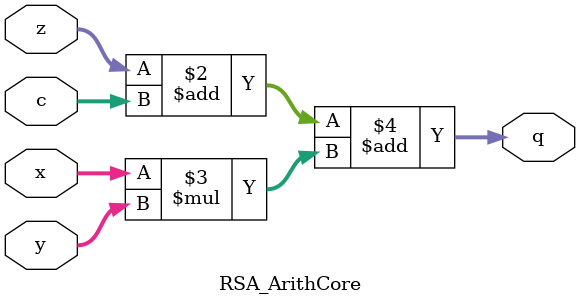
<source format=v>
/*-------------------------------------------------------------------------
 RSA Encryption/Decryption Macro (ASIC version)
                                   
 File name   : RSA1024_RAM.v
 Version     : Version 1.0
 Created     : OCT/05/200
 Last update : APL/04/2008
 Desgined by : Atsushi Miyamoto
 
 
 Copyright (C) 2008 AIST and Tohoku Univ.
 
 By using this code, you agree to the following terms and conditions.
 
 This code is copyrighted by AIST and Tohoku University ("us").
 
 Permission is hereby granted to copy, reproduce, redistribute or
 otherwise use this code as long as: there is no monetary profit gained
 specifically from the use or reproduction of this code, it is not sold,
 rented, traded or otherwise marketed, and this copyright notice is
 included prominently in any copy made.
 
 We shall not be liable for any damages, including without limitation
 direct, indirect, incidental, special or consequential damages arising
 from the use of this code.
 
 When you publish any results arising from the use of this code, we will
 appreciate it if you can cite our webpage
 (http://www.aoki.ecei.tohoku.ac.jp/crypto/).
 -------------------------------------------------------------------------*/ 

// top module for RSA macro
module RSA ( Kin, Min, Din, Dout, Krdy, Mrdy, Drdy, RSTn, EN, CLK, BSY, Kvld, Mvld, Dvld );   
   
   input           CLK, RSTn, EN;
   input [31:0]    Kin, Min, Din;
   input 	   Krdy, Mrdy, Drdy;
   output 	   BSY;
   output [31:0]   Dout;
   output 	   Kvld, Mvld, Dvld;
   
   reg [1023:0]    Krg;

   wire [4:0] 	   count;
   
   wire [1:0] 	   InOutMem;
   wire [2:0] 	   state;

   wire [31:0] 	   w_data, d_out, r_data_m, r_data_s, r_data0, r_data1, d_in;
   wire [30:16]    MBCon;
   wire [8:0] 	   MemCon_m, MemCon_s, MemCon0, MemCon1, MemCon_i, MemCon_o;
   wire 	   MemSel;
   
   wire [1:0] 	   DSel;
   wire 	   v, sign;
   wire 	   EnKey;
   wire 	   key_bit;
   
   parameter 	   INIT     = 3'h1;
   parameter       IDLE     = 3'h2;
   parameter       KEY_GET  = 3'h3;
   parameter       MOD_GET  = 3'h4;
   parameter       DATA_GET = 3'h5;
   parameter       DATA_OUT = 3'h6;
   parameter       ENCRYPT  = 3'h7;

   always @(posedge CLK) begin
      if (RSTn == 1'b0)
	Krg <= 1024'h0000000000000000000000000000000000000000000000000000000000000000000000000000000000000000000000000000000000000000000000000000000000000000000000000000000000000000000000000000000000000000000000000000000000000000000000000000000000000000000000000000000000000000;
      else if (state == KEY_GET)
	Krg <= {Kin, Krg[1023:32]};
      else if (EnKey == 1'b1)
        Krg <= {Krg[1022:0], Krg[1023]};
   end

   assign key_bit = Krg[1023];
   
   assign Dout = r_data_m;

   function [31:0] mux2_1_32;
      input [31:0] a, b;
      input Sel;
      case (Sel)
        1'b0: mux2_1_32 = a;
        1'b1: mux2_1_32 = b;
      endcase
   endfunction // mux2_1_32

   function [8:0] mux3_1_9;
      input [8:0] a, b, c, d;
      input [2:0] Sel;
      case (Sel)
        3'b000: mux3_1_9 = a;
        3'b100: mux3_1_9 = b;
	3'b010: mux3_1_9 = c;
	3'b110: mux3_1_9 = c;
	3'b001: mux3_1_9 = d;
	3'b101: mux3_1_9 = d;
        default: mux3_1_9 = a;
      endcase
   endfunction // mux3_1_9

   function [31:0] mux3_1_32;
      input [31:0] a, b, c;
      input [1:0] Sel;
      case (Sel)
        2'b00: mux3_1_32 = a;
        2'b01: mux3_1_32 = b;
        2'b10: mux3_1_32 = c;
        default: mux3_1_32 = a;
      endcase
   endfunction // mux3_1_32

   assign d_in = (state == MOD_GET) ? Min : Din;
   assign w_data = mux3_1_32(d_out, r_data_m, d_in, DSel);
   assign v = r_data_s[0];
   
   RSA_MultiplicationBlock  MULT_BLK     (CLK, RSTn, MBCon, r_data_m, r_data_s, d_out, sign);
   RSA_SequencerBlock       SEQ_BLK    
     (CLK, RSTn, EN, Krdy, Mrdy, Drdy, key_bit, sign, v, MBCon, MemCon_m, MemCon_s, EnKey, MemSel, DSel, count, InOutMem, state, BSY, Kvld, Mvld, Dvld);

   assign MemCon_i = (state == MOD_GET) ? {2'b11, 2'b10, count}:{2'b11, 2'b01, count};
   assign MemCon_o = {2'b01, 2'b00, count};
   assign MemCon0 = mux3_1_9(MemCon_m, MemCon_s, MemCon_i, MemCon_o, {MemSel, InOutMem});
   assign MemCon1 = mux3_1_9(MemCon_s, MemCon_m, MemCon_i, MemCon_o, {MemSel, InOutMem});
   assign r_data_m = mux2_1_32(r_data0, r_data1, MemSel);
   assign r_data_s = mux2_1_32(r_data1, r_data0, MemSel);

   // memory simulation model
   RSA_Memory MEM0 (r_data0, CLK, ~MemCon0[7], ~MemCon0[8], MemCon0[6:0], w_data);
   RSA_Memory MEM1 (r_data1, CLK, ~MemCon1[7], ~MemCon1[8], MemCon1[6:0], w_data);

   
endmodule // top


// single port synchronous memory simulation model
//  Memory    X: 0-31 , Y: 32-63, N: 64-95 , 
//            W: 96 ,   t: 97 ,   V: 98 ,  Zm: 99
module RSA_Memory ( Q, CLK, CEN, WEN, A, D);
   input         CLK;
   input  [31:0] D;         // data inputs 
   input  [6:0]  A;         // addresses 
   input 	 CEN, WEN;  // chip enable & write enable
   output [31:0] Q;         // data outputs
   
   reg [31:0] 	 mem [0:127];
   reg [31:0]	 Q;
   wire 	 MemW, MemR;  // write & read signal
   
   assign MemW = (WEN == 0) & (CEN == 0);
   assign MemR = (WEN == 1) & (CEN == 0);
		 
   always @(posedge CLK) begin
      if (MemW) begin
	 mem[A] <= D;
      end
      else if (MemR)
	Q <= mem[A];
   end

endmodule // RSA_Memory


// sequencer module for RSA macro
module RSA_SequencerBlock (CLK, RSTn, EN, Krdy, Mrdy, Drdy, key_bit, sign, v, MBCon, MemCon_m, MemCon_s, EnKey, MemSel, DSel, count, InOutMem, state, BSY, Kvld, Mvld, Dvld);
   input          CLK, RSTn, EN, Krdy, Mrdy, Drdy;
   input          key_bit;
   input 	  sign;
   input 	  v;
   output [30:16] MBCon;
   output [8:0]   MemCon_m, MemCon_s;
   output 	  EnKey;
   output 	  MemSel;
   output [1:0]   DSel;
   output [4:0]   count;
   output [1:0]   InOutMem;
   output [2:0]   state;
   output 	  BSY, Kvld, Mvld, Dvld;

   wire [30:0] 	  Con, Con_MM, Con_MR, Con_IN, Con_C, Con_O; // control signal
   wire [9:0] 	  i;
   wire [4:0] 	  j, jj, jp1;
   wire 	  Cy_mr, Cy_m, Cy_r, sign;
   wire 	  Hlt_MM, Hlt_MR, Hlt_IN, Hlt_C, Hlt_O; // halt signal
   wire 	  Start_MM, Start_MR, Start_IN, Start_C, Start_O; // start signal
   wire [6:0] 	  ad_m, ad_s;
   wire [11:0] 	  Pc;
   wire 	  Pc_MM, Fin, Hlt;
   
   reg 		  exp, msb, s;
   
   reg [4:0] 	  count;
   
   reg 		  Rst, BSYrg, Kvldrg, Dvldrg, Mvldrg, Start;
   reg 		  Kvldrg_tmp, Mvldrg_tmp;
   reg [1:0] 	  InOutMem;
   reg [2:0] 	  state;
   
   parameter 	   INIT     = 3'h1;
   parameter       IDLE     = 3'h2;
   parameter       KEY_GET  = 3'h3;
   parameter       MOD_GET  = 3'h4;
   parameter       DATA_GET = 3'h5;
   parameter       DATA_OUT = 3'h6;
   parameter       ENCRYPT  = 3'h7;
   
   always @(posedge CLK) begin
      if (RSTn == 1'b0) begin
         state <= INIT;
	 Rst <= 1'b0;
         Dvldrg <= 1'b0;
         Kvldrg <= 1'b0;
	 Mvldrg <= 1'b0;
	 Kvldrg_tmp <= 1'b0;
	 Mvldrg_tmp <= 1'b0;
	 count <= 5'b00000;
	 InOutMem <= 2'b00;
	 Start <= 1'b0;
      end
      else if (EN == 1'b1) begin
	 case(state)
           INIT:
	     if (Krdy ==  1'b1)     state <= KEY_GET;
	     else if (Mrdy == 1'b1) begin
		state <= MOD_GET;
		InOutMem <= 2'b10;
	     end
	   
	   KEY_GET: begin
	      if (count == 5'b11111) begin
		 state <= IDLE;
		 Kvldrg <= 1'b1;
		 Kvldrg_tmp <= 1'b1;
		 count <= 5'b00000;
	      end
	      else 
		count <= count + 1; 
	   end

	   MOD_GET: begin
	      if (count == 5'b11111) begin
		 state <= IDLE;
		 Mvldrg <= 1'b1;
		 Mvldrg_tmp <= 1'b1;
		 InOutMem <= 2'b00;
		 count <= 5'b00000;
	      end
	      else
		count <= count + 1;
	   end
	    
	   DATA_GET: begin
	      if (count == 5'b11111) begin
		 state <= ENCRYPT;
		 InOutMem <= 2'b00;
		 count <= 5'b00000;
		 Start <= 1'b1;
	      end
	      else
		count <= count + 1;
	   end

	   ENCRYPT: begin
	      if (Hlt == 1'b1) begin
		 state <= DATA_OUT;
		 Dvldrg <= 1'b1;
		 InOutMem <= 2'b01;
		 count <= 5'b00000;
	      end
	      else
		Start <= 1'b0;
	   end

	   DATA_OUT: begin
	      if (Dvldrg == 1'b1) begin
		 Dvldrg <= 1'b0;
		 count <= count + 1;
	      end
	      else if (count == 5'b11111) begin
		 state <= IDLE;
		 InOutMem <= 2'b00;
		 count <= 5'b00000;
		 Rst <= 1'b1;
	      end
	      else
		count <= count + 1;
	   end

	   IDLE: begin
	      if (Krdy == 1'b1) begin
		 state <= KEY_GET;
		 Dvldrg <= 1'b0;
		 Kvldrg_tmp <= 1'b0;
		 Mvldrg_tmp <= 1'b0;
		 Rst <= 1'b0;
	      end
	      else if (Mrdy == 1'b1) begin
		 state <= MOD_GET;
		 InOutMem <= 2'b10;
		 Dvldrg <= 1'b0;
		 Kvldrg_tmp <= 1'b0;
		 Mvldrg_tmp <= 1'b0;
		 Rst <= 1'b0;	      
	      end
	      else if (Mvldrg == 1'b1 && Kvldrg == 1'b1 && Drdy == 1'b1) begin
		 state <= DATA_GET;
		 InOutMem <= 2'b10;
		 Dvldrg <= 1'b0;
		 Kvldrg_tmp <= 1'b0;
		 Mvldrg_tmp <= 1'b0;
		 Rst <= 1'b0;
	      end
	      else begin
		 Dvldrg <= 1'b0;
		 Kvldrg_tmp <= 1'b0;
		 Mvldrg_tmp <= 1'b0;
		 Rst <= 1'b0;	
	      end 
	   end 
	   
	   default: state <= IDLE;
	   
	 endcase
	 end 
   end 

   always @(state) begin
      if (state == INIT || state == IDLE)
	BSYrg <= 1'b0;
      else
	BSYrg <= 1'b1;
   end

   assign BSY = BSYrg;    
   
   assign Kvld = Kvldrg_tmp;
   assign Mvld = Mvldrg_tmp;
   assign Dvld = Dvldrg;

   // register S
   always @(posedge CLK) begin
     if (RSTn == 1'b0)
       s <= 1'b0;
     else if (Pc[0] == 1'b1)
       s <= 1'b0;
     else if (Hlt_MM == 1'b1)
       s <= ~((sign ^ v) ^ s);
   end

   assign MemSel = s | Pc[3];

   // register exp
   always @(posedge CLK) begin
     if (RSTn == 1'b0)
       exp <= 1'b0;
     else if (Pc[0] == 1'b1)
       exp <= 1'b0;
     else if (Pc[4] == 1'b1)
       exp <= key_bit;
   end

   // Register msb
   always @(posedge CLK) begin
     if (RSTn == 1'b0)
       msb <= 1'b0;
     else if (Pc[0] == 1'b1)
       msb <= 1'b0;
     else if (Pc[7] == 1'b1)
       msb <= exp;
   end
   
   // selector of control signal 
   function [30:0] mux5_1;
      input [30:0] a, b, c, d, e;
      input [4:0] Sel;
      case (Sel)
	5'b00000: mux5_1 = 31'b0000000000000000000000000000000;
	5'b00001: mux5_1 = a;  // MontMult Pc[5] or Pc[6] or Pc[10]
        5'b00010: mux5_1 = b;  // MontRedc Pc[2]
        5'b00100: mux5_1 = c;  // InvN     Pc[1]
	5'b01000: mux5_1 = d;  // Cp       Pc[3]
	5'b10000: mux5_1 = e;  // One      Pc[9]
 	default: mux5_1 = 31'b0000000000000000000000000000000;
      endcase
   endfunction 
 		 
   assign Pc_MM = Pc[5] | Pc[6] | Pc[10];
   assign Con = mux5_1(Con_MM, Con_MR, Con_IN, Con_C, Con_O,
                       {Pc[9], Pc[3], Pc[1], Pc[2], Pc_MM});

   
   assign Fin = Hlt_MM | Hlt_MR | Hlt_IN | Hlt_C | Hlt_O | Start;

   RSA_MemoryAddressController MEM_CON      (i[4:0], j, jj, jp1, Pc[5], Con[5:0], ad_m, ad_s);
   RSA_LoopController          LOOP_CON     (CLK, RSTn, Con[11:6], {Pc[8],Pc[0]}, i, j, jj, jp1, Cy_mr, Cy_m, Cy_r);
   
   RSA_ModExpSequencer         MODEXP_SEQ   (CLK, RSTn, Rst, msb, exp, Cy_mr, Fin, Pc);
   RSA_StartGen                START_MM     (CLK, RSTn, Rst, Hlt_MM, Pc_MM, Start_MM);   
   RSA_MontMultSequencer       MONTMULT_SEQ (CLK, RSTn, Start_MM, i, Cy_m, Pc[5], Con_MM, Hlt_MM);
   RSA_StartGen                START_MR     (CLK, RSTn, Rst, Hlt_MR, Pc[2], Start_MR);
   RSA_MontRedcSequencer       MONTREDC_SEQ (CLK, RSTn, Start_MR, i, sign, Cy_m, Cy_mr, Con_MR, Hlt_MR);
   RSA_StartGen                START_IN     (CLK, RSTn, Rst, Hlt_IN, Pc[1], Start_IN);
   RSA_InvNSequencer           INVN_SEQ     (CLK, RSTn, Start_IN, Cy_r, Con_IN, Hlt_IN);
   RSA_StartGen                START_C      (CLK, RSTn, Rst, Hlt_C, Pc[3], Start_C);
   RSA_CpSequencer             Cp_SEQ       (CLK, RSTn, Start_C, Cy_m, Con_C, Hlt_C);
   RSA_StartGen                START_O      (CLK, RSTn, Rst, Hlt_O, Pc[9], Start_O);
   RSA_OneSequencer            ONE_SEQ      (CLK, RSTn, Start_O, Cy_m, Con_O, Hlt_O);
   
   assign MBCon = Con[30:16];
   assign MemCon_m = {Con[15:14], ad_m};
   assign MemCon_s = {Con[13:12], ad_s};

   assign Hlt = Pc[11];
   assign DSel = {Pc[0], Pc[3]};
   assign EnKey = Pc[8];

endmodule // SequencerBlock


// differential circuit
module RSA_StartGen (CLK, RSTn, Rst, Hlt, Pc, Start);
   input  CLK, RSTn, Rst, Hlt, Pc;
   output Start;

   reg 	  rgt;

   always @(posedge CLK) begin
     if (RSTn == 1'b0)
       rgt <= 1'b0;
     else if (Rst == 1'b1)
       rgt <= 1'b0;
     else if (Hlt == 1'b1)
       rgt <= 1'b0;
     else
       rgt <= rgt | Pc;
   end

   assign Start = ~rgt & Pc;

endmodule // StartGen


// sequencer module for moduler exponentiation X^E mod N
// left-to-right binay method
module RSA_ModExpSequencer (CLK, RSTn, Rst, Msb, Exp, Cy_mr, Fin, pc);
   input         CLK, RSTn, Rst;
   input 	 Msb, Exp;
   input         Cy_mr;
   input 	 Fin;	 
   output [11:0] pc;
   
   reg    [11:0] pc;

   always @(posedge CLK) begin
     if (RSTn == 1'b0)
       pc <= 12'b000000000001;
     else if (Rst == 1'b1)
       pc <= 12'b000000000001;
     else if (pc[0])
       if (Fin == 1) pc <= {pc[10:0],1'b0};      //  0 to 1
       else       pc <= pc;                      //  0 to 0
     else if (pc[1] || pc[2] || pc[3] || pc[9] || pc[10])  
       if (Fin == 1) pc <= {pc[10:0],1'b0};      //  1 to 2
       else          pc <= pc;                   //  1 to 1
     else if (pc[4])
       if (Msb == 1) pc <= {pc[10:0],1'b0};      //  4 to 5
       else          pc <= 12'b000010000000;     //  4 to 7
     else if (pc[5])
       if (Fin == 1) 
	 if (Exp == 1) pc <= {pc[10:0],1'b0};    //  5 to 6
	 else          pc <= 12'b000100000000;   //  5 to 8
       else            pc <= pc;                 //  5 to 5
     else if (pc[6])
       if (Fin == 1) pc <= 12'b000100000000;     //  6 to 8
       else          pc <= pc;                   //  6 to 6
     else if (pc[8])
       if (Cy_mr == 1) pc <= {pc[10:0],1'b0};    //  8 to 9
       else            pc <= 12'b000000010000;   //  8 to 4
     else
       pc <= {pc[10:0],1'b0};                    //  to next state
   end
   
endmodule // ModExpSequencer


// sequencer module for montgomery multiplication X * Y * R^(-1) mod N 
// ModExpSequencer pc[5]=1(squring)$B!$(Bpc[6]=1(multiplication)  
// number of cycle of 1 time MM operation : 4578  
module RSA_MontMultSequencer (CLK, RSTn, Start, i, Cy_m, Sel, Con, Hlt);
   input         CLK, RSTn, Start;
   input  [9:0]  i;        
   input 	 Cy_m, Sel;     
   output [30:0] Con;
   output 	 Hlt;

   reg    [27:0] pc;

   wire 	 zero;

   assign zero = ~(|(i ^ 10'b0000000000));

   always @(posedge CLK) begin
     if (RSTn == 1'b0)
       pc <= 28'b0000000000000000000000000000;
     else if(Start == 1'b1)
       pc <= 28'b0000000000000000000000000001;
     else if (pc[1])
       pc <= 28'b0000000000000000000000001000;      //  1 to 3
     else if (pc[5])
       if (zero == 1'b1)
	 pc <= {pc[26:0],1'b0};                     //  5 to 6
       else 
	 pc <= 28'b0000000000000000000100000000;    //  5 to 8  
     else if (pc[7])
       if (Cy_m == 1'b1)
	 pc <= 28'b0000000000000001000000000000;    //  7 to 12
       else
	 pc <= 28'b0000000000000000000001000000;    //  7 to 6
     else if (pc[9])
       pc <= 28'b0000000000000000100000000000;
     else if (pc[11])
       if (Cy_m == 1'b1)
	 pc <= {pc[26:0],1'b0};                     //  11 to 12
       else
	 pc <= 28'b0000000000000000010000000000;    //  11 to 10
     else if (pc[17])
       if (Cy_m == 1'b1)
	 pc <= {pc[26:0],1'b0};                     //  17 to 18
       else
	 pc <= 28'b0000000000010000000000000000;    //  17 to 16
     else if (pc[21])
       if (Cy_m == 1'b1)
	 pc <= {pc[26:0],1'b0};                     //  21 to 22
       else
	 pc <= 28'b0000000000000000000000000100;    //  21 to 2
     else if (pc[23])
       pc <= 28'b0010000000000000000000000000;      //  23 to 25
     else if (pc[25])
       if (Cy_m == 1'b1)
	 pc <= {pc[26:0],1'b0};                     //  25 to 26
       else
	 pc <= 28'b0000010000000000000000000000;    //  25 to 22
     else
       pc <= {pc[26:0],1'b0};
   end

   // Sel = 1 squaring      Sel = 0 multiplication
   function [30:0] decoder;
      input [27:0] pc;
      input Sel, zero;
      case(pc)
	28'b0000000000000000000000000001: if (Sel == 1'b0) decoder = {15'b010100000000000, 4'b0100, 6'b010100, 6'b001000}; // 0 m
	                                 else             decoder = {15'b010100000000000, 4'b0100, 6'b010100, 6'b100000}; // 0 s
	28'b0000000000000000000000000010: decoder = {15'b000010100001000, 4'b0111, 6'b000000, 6'b000101}; // 1
	28'b0000000000000000000000000100: decoder = {15'b000000000000000, 4'b0101, 6'b000000, 6'b000000}; // 2
	28'b0000000000000000000000001000: if (zero == 1'b1) decoder = {15'b010110000000000, 4'b0100, 6'b000000, 6'b011000}; // 3
	                                  else              decoder = {15'b011010000000000, 4'b0100, 6'b000000, 6'b011000}; // 3
	28'b0000000000000000000000010000: decoder = {15'b000110100100000, 4'b0100, 6'b000000, 6'b000000}; // 4
	28'b0000000000000000000000100000: if (Sel == 1'b0) decoder = {15'b000010000000000, 4'b0111, 6'b000100, 6'b001100}; // 5 m
	                                 else              decoder = {15'b000010000000000, 4'b0111, 6'b000100, 6'b100100}; // 5 s
	28'b0000000000000000000001000000: decoder = {15'b000100100000000, 4'b0000, 6'b000000, 6'b000000}; // 6
	28'b0000000000000000000010000000: decoder = {15'b100000000000000, 4'b0111, 6'b001000, 6'b101000}; // 7 m s
	28'b0000000000000000000100000000: if (Sel == 1'b0) decoder = {15'b000000000000000, 4'b0101, 6'b000000, 6'b001000}; // 8 m
	                                 else              decoder = {15'b000000000000000, 4'b0101, 6'b000000, 6'b100000}; // 8 s
	28'b0000000000000000001000000000: decoder = {15'b001000100000000, 4'b0001, 6'b000000, 6'b000110}; // 9
	28'b0000000000000000010000000000: decoder = {15'b000000100000000, 4'b0001, 6'b000000, 6'b000110}; // 10
	28'b0000000000000000100000000000: decoder = {15'b101000000000000, 4'b0111, 6'b001000, 6'b101000}; // 11
	28'b0000000000000001000000000000: decoder = {15'b000000000001000, 4'b1101, 6'b000100, 6'b110100}; // 12
	28'b0000000000000010000000000000: decoder = {15'b010010001100000, 4'b0101, 6'b000000, 6'b010000}; // 13
	28'b0000000000000100000000000000: decoder = {15'b011000100000000, 4'b0001, 6'b000000, 6'b000110}; // 14
	28'b0000000000001000000000000000: decoder = {15'b101000000000000, 4'b0100, 6'b001000, 6'b111000}; // 15
	28'b0000000000010000000000000000: decoder = {15'b000000100000000, 4'b0001, 6'b000000, 6'b000110}; // 16
	28'b0000000000100000000000000000: decoder = {15'b101000000000000, 4'b0111, 6'b001000, 6'b111111}; // 17
	28'b0000000001000000000000000000: decoder = {15'b000000000000000, 4'b0101, 6'b000100, 6'b110101}; // 18
	28'b0000000010000000000000000000: decoder = {15'b001010101000000, 4'b0000, 6'b000000, 6'b000000}; // 19
	28'b0000000100000000000000000000: if (Sel == 1'b0) decoder = {15'b100000000000000, 4'b0111, 6'b000000, 6'b001111}; // 20 m
	                                 else              decoder = {15'b100000000000000, 4'b0111, 6'b000000, 6'b100111}; // 20 s
	28'b0000001000000000000000000000: decoder = {15'b100000100011000, 4'b0011, 6'b100101, 6'b000101}; // 21
	28'b0000010000000000000000000000: decoder = {15'b000000000000000, 4'b0101, 6'b000000, 6'b010000}; // 22
	28'b0000100000000000000000000000: decoder = {15'b001010101000001, 4'b0000, 6'b000000, 6'b000000}; // 23
	28'b0001000000000000000000000000: decoder = {15'b001010001000000, 4'b0100, 6'b000000, 6'b111000}; // 24
	28'b0010000000000000000000000000: decoder = {15'b100000100000001, 4'b1101, 6'b001000, 6'b100110}; // 25
	28'b0100000000000000000000000000: decoder = {15'b000000000000000, 4'b0001, 6'b010100, 6'b000101}; // 26
	28'b0100000000000000000000000000: decoder = {15'b000000000000000, 4'b0000, 6'b000000, 6'b000000}; // 27
	default: decoder = 31'b0000000000000000000000000000000;
      endcase
   endfunction

   assign Con = decoder(pc, Sel, zero);
   assign Hlt = pc[27];
	
endmodule // MontMult_Sequencer


// sequencer module for motgomery reduction X * R mod N 
// ModExpSequencer pc[2]=1  
// number of cycle : 99427  
module RSA_MontRedcSequencer (CLK, RSTn, Start, i, sign, Cy_m, Cy_mr, Con, Hlt);
   input         CLK, RSTn, Start;
   input  [9:0]  i;  
   input 	 sign;	 
   input 	 Cy_m, Cy_mr;     
   output [30:0] Con;
   output 	 Hlt;

   reg    [10:0] pc;
   reg 		op;

   wire 	a;
   wire  [32:0] Contmp;
   
   assign a = ~(op ^ sign);
   
   // register Op
   always @(posedge CLK) begin
     if (RSTn == 1'b0)
       op <= 1'b0;
     else if(Contmp[31] == 1'b1)
       op <= 1'b0;
     else if (Contmp[32] == 1'b1)
       op <= a;
   end

   always @(posedge CLK) begin
     if (RSTn == 1'b0)
       pc <= 11'b00000000000;
     else if (Start == 1'b1)
       pc <= 11'b00000000001;
     else if (pc[2])
       if (op == 1'b0)
	 pc <= {pc[9:0],1'b0};        // 2 to 3
       else
	 pc <= 11'b00000010000;       // 2 to 4
     else if (pc[3] || pc[4])  
       pc <= 11'b00000100000;         // 3, 4 to 5
     else if (pc[5]) begin
       if (Cy_m == 1'b1) 
	 pc <= {pc[9:0],1'b0};        // 5 to 6
       else 
	 pc <= 10'b0000000100;        // 5 to 2
     end
     else if (pc[6]) begin
       if (Cy_mr == 1'b1)
	 if (a == 1'b0)
	   pc <= {pc[9:0],1'b0};      // 6 to 7
	 else
	   pc <= 11'b10000000000;     // 6 to 10
       else
	 pc <= 11'b00000000100;       // 6 to 2
     end
     else if (pc[9]) begin
       if (Cy_m == 1'b1)
	 pc <= {pc[9:0],1'b0};        // 9 to 10
       else
	 pc <= 11'b00010000000;       // 9 to 7
     end
     else
       pc <= {pc[9:0],1'b0};          // shift 
   end
   
   function [32:0] decoder;
      input [10:0] pc;
      input a;
      case(pc)
	11'b00000000001: decoder = {2'b01, 15'b010101010000000, 4'b0000, 6'b010100, 6'b000000}; // 0
	11'b00000000010: decoder = {2'b10, 15'b100000000010000, 4'b0101, 6'b000000, 6'b010001}; // 1
	11'b00000000100: decoder = {2'b00, 15'b000000000000000, 4'b0101, 6'b000000, 6'b010001}; // 2
	11'b00000001000: decoder = {2'b00, 15'b001010101000000, 4'b0000, 6'b000000, 6'b000000}; // 3
	11'b00000010000: decoder = {2'b00, 15'b001010101010001, 4'b0000, 6'b000000, 6'b000000}; // 4
	11'b00000100000: decoder = {2'b00, 15'b100000000000010, 4'b1111, 6'b001000, 6'b001001}; // 5
	11'b00001000000:
	  if (a == 1'b0)
	    decoder = {2'b10, 15'b010000000000000, 4'b0000, 6'b100101, 6'b000000}; // 6 
	  else
	    decoder = {2'b10, 15'b100000000010000, 4'b0000, 6'b100101, 6'b000000}; // 6 
	11'b00010000000: decoder = {2'b00, 15'b000000000000000, 4'b0101, 6'b000000, 6'b010001}; // 7
	11'b00100000000: decoder = {2'b00, 15'b001010101000000, 4'b0000, 6'b000000, 6'b000000}; // 8
	11'b01000000000: decoder = {2'b00, 15'b100000000000000, 4'b1111, 6'b001000, 6'b001001}; // 9
	11'b10000000000: decoder = {2'b00, 15'b000000000000000, 4'b0000, 6'b010100, 6'b000000}; // 10
	default: decoder = 33'b000000000000000000000000000000000;
      endcase
   endfunction

   assign Contmp = decoder(pc, a);
   assign Con = Contmp[30:0];
   assign Hlt = pc[10];
	
endmodule // MontRedcSequencer


// sequencer module for pre-computation -N^(-1) mod N
// ModExpSequencer pc[1]=1  
// number of cycle : 69   
module RSA_InvNSequencer (CLK, RSTn, Start, Cy_r, Con, Hlt);
   input         CLK, RSTn, Start;
   input 	 Cy_r;     
   output [30:0] Con;
   output 	 Hlt;

   reg    [6:0] pc;

   always @(posedge CLK) begin
     if (RSTn == 1'b0)
       pc <= 7'b0000000;
     else if (Start == 1'b1)
       pc <= 7'b0000001;
     else if (pc[3])
       if (Cy_r == 1'b1) pc <= {pc[5:0],1'b0};   // 3 to 4
       else              pc <=  7'b0000100;      // 3 to 2
     else
       pc <= {pc[5:0],1'b0};   // shift 
   end
   
   function [30:0] decoder;
      input [6:0] pc;
      case(pc)
	7'b0000001: decoder = {15'b010100000000000, 4'b0100, 6'b010100, 6'b010000}; // 0	
	7'b0000010: decoder = {15'b000010100000000, 4'b0001, 6'b100001, 6'b000010}; // 1
	7'b0000100: decoder = {15'b000010101100100, 4'b0000, 6'b000000, 6'b000000}; // 2
	7'b0001000: decoder = {15'b000010100100100, 4'b1101, 6'b100001, 6'b011010}; // 3
	7'b0010000: decoder = {15'b000000000000000, 4'b0100, 6'b000000, 6'b011000}; // 4
	7'b0100000: decoder = {15'b100110101010001, 4'b0000, 6'b000000, 6'b000000}; // 5
	7'b1000000: decoder = {15'b000000000000000, 4'b1111, 6'b010100, 6'b011011}; // 6
	default: decoder = 31'b0000000000000000000000000000000;
      endcase
   endfunction

   assign Con = decoder(pc);
   assign Hlt = pc[6];
	
endmodule // InvNSequencer


// sequencer module for data transfer
// ModExpSequencer$B$N(B pc[3]=1  
// number of cycle : 66
module RSA_CpSequencer (CLK, RSTn, Start, Cy_m, Con, Hlt);
   input         CLK, RSTn, Start;
   input         Cy_m;
   output [30:0] Con;
   output        Hlt;

   reg    [3:0] pc;

   always @(posedge CLK) begin
     if (RSTn == 1'b0)
       pc <= 4'b0000;
     else if (Start == 1'b1)
       pc <= 4'b0001;
     else if (pc[2])
       if (Cy_m == 1'b1) pc <= {pc[2:0],1'b0};
       else              pc <= 4'b0010;
     else 
       pc <= {pc[2:0],1'b0};  // shift
   end
   
   function [30:0] decoder;
      input [3:0] pc;
      case(pc)
	4'b0001: decoder = {15'b000000000000000, 4'b0000, 6'b010100, 6'b000000}; // 0
	4'b0010: decoder = {15'b000000000000000, 4'b0100, 6'b000000, 6'b001000}; // 1
	4'b0100: decoder = {15'b000000000000000, 4'b0011, 6'b101000, 6'b000000}; // 2
	4'b1000: decoder = {15'b000000000000000, 4'b0000, 6'b010100, 6'b000000}; // 3
	default: decoder = 31'b0000000000000000000000000000000;
      endcase
   endfunction

   assign Con = decoder(pc);
   assign Hlt = pc[3];
   
endmodule // CpSequencer


// sequencer module for setting '1' to memory   
// ModExpSequencer pc[9]=1 
// number of cycle :34
module RSA_OneSequencer (CLK, RSTn, Start, Cy_m, Con, Hlt);
   input         CLK, RSTn, Start;
   input         Cy_m;
   output [30:0] Con;
   output        Hlt;

   reg    [4:0] pc;

   always @(posedge CLK) begin
     if (RSTn == 1'b0)
       pc <= 5'b00000;
     else if (Start == 1'b1) 
       pc <= 5'b00001;
     else if (pc[3])
       if (Cy_m == 1'b1) pc <= {pc[3:0],1'b0};
       else              pc <= pc;
     else 
       pc <= {pc[3:0],1'b0};  // shift
   end
   
   function [30:0] decoder;
      input [4:0] pc;
      case(pc)
	5'b00001: decoder = {15'b100000000010000, 4'b0000, 6'b000100, 6'b000000}; // 0
	5'b00010: decoder = {15'b000000000001000, 4'b1100, 6'b001000, 6'b001000}; // 1
	5'b00100: decoder = {15'b010000000000000, 4'b0000, 6'b000000, 6'b000000}; // 2
	5'b01000: decoder = {15'b000000000001000, 4'b1100, 6'b001000, 6'b001000}; // 3
	5'b10000: decoder = {15'b000000000000000, 4'b0000, 6'b000000, 6'b000000}; // 4
	default: decoder = 31'b0000000000000000000000000000000;
      endcase
   endfunction

   assign Con = decoder(pc);
   assign Hlt = pc[4];
   
endmodule // OneSequencer


// counter module 
module RSA_LoopController (CLK, RSTn, Con, Pc, i, j, jj, jp1, Cy_mr, Cy_m, Cy_r);
   input        CLK, RSTn; 
   input  [5:0] Con;
   input  [1:0] Pc;
   output [9:0] i;
   output [4:0] j, jj, jp1;
   output 	Cy_mr, Cy_m, Cy_r;
   
   reg [9:0] 	i, i_me;
   reg [4:0] 	j, jj;

   // control signal
   // En_i   <= Con[5]       Rst_i <= Con[4]
   // En_j   <= Con[3]       Rst_j <= Con[2]
   // En_jp1 <= Con[1]
   // IJSel  <= Con[0]
   // En_i_me <= Pc[1](Pc[8])  Rst_i_me <= Pc[0](Pc[0])

   wire [9:0] 	add_in;
   wire [10:0] 	q;
   
   function [9:0] mux3_1;
      input [4:0] a;
      input [9:0] b, c;
      input [1:0] Sel;
      case (Sel)
        2'b00: mux3_1 = {5'b00000, a};
        2'b01: mux3_1 = b;
	2'b10: mux3_1 = c;
	default: mux3_1 = c;
      endcase
   endfunction

   assign add_in = mux3_1(j, i, i_me, {Pc[1], Con[0]});     // 0:j, 1:i, 2:i_me
   
   assign q = add_in + 10'b0000000001;
     
   assign Cy_r = q[5];
   assign Cy_m = q[5];
   assign Cy_mr = q[10];	       

   // register i     
   always @(posedge CLK) begin
     if (RSTn == 1'b0)
       i <= 10'b0000000000;
     else if (Con[4] == 1'b1)
       i <= 10'b0000000000;
     else if (Con[5] == 1'b1)
       i <= q;
   end

   // register j    
   always @(posedge CLK) begin
     if (RSTn == 1'b0)
       j <= 5'b00000;
     else if (Con[2] == 1'b1)
       j <= 5'b00000;
     else if (Con[3] == 1'b1)
       j <= q[4:0];
   end

   // register jj    
   always @(posedge CLK) begin
     if (RSTn == 1'b0)
       jj <= 5'b00000;
     else if (Con[3] == 1'b1)
       jj <= j;
   end
 
   // register i_me    
   always @(posedge CLK) begin
     if (RSTn == 1'b0)
       i_me <= 10'b0000000000;
     else if (Pc[0] == 1'b1)
       i_me <= 10'b0000000000;
     else if (Pc[1] == 1'b1)
       i_me <= q;      
   end

   assign jp1 = q[4:0];
   
endmodule // LoopController


// memory address controller
module RSA_MemoryAddressController (i, j, jj, jp1, Sel, Con, ad_m, ad_s);
   input  [4:0] i, j, jj, jp1;
   input 	Sel;
   input  [5:0] Con;
   output [6:0] ad_m;
   output [6:0] ad_s;

   // function for main memory address
   function [6:0] adg_m;
      input [4:0] i, j, jp1;
      input [2:0] Con;
      input Sel;
      case (Con)
        3'b000: adg_m = {2'b00, i};    // xi
        3'b001: adg_m = {2'b01, j};    // yj
        3'b010: adg_m = {2'b10, j};    // nj
	3'b011: adg_m = 7'b1100000;    // W
        3'b100: adg_m = {2'b00, j};    // xj or zj
        3'b101: adg_m = (Sel == 1'b0)? {2'b01, jp1} : {2'b00, jp1};  // yj+1 xj+1
        3'b110: adg_m = 7'b1100011;    // zm
        3'b111: adg_m = {2'b10, jp1};  // nj+1
        default: adg_m = 7'b0000000;
      endcase
   endfunction

   assign ad_m = adg_m(i, j, jp1, Con[5:3], Sel);

   // function for sub memory address
   function [6:0] adg_s;
      input [4:0] i, j, jj, jp1;
      input [2:0] Con;
      case (Con)
        3'b000: adg_s = {2'b00, j};    // zj
        3'b001: adg_s = {2'b01, j};    // yj
        3'b010: adg_s = {2'b10, j};    // nj
	3'b011: adg_s = 7'b1100000;    // W
        3'b100: adg_s = 7'b1100001;    // t
        3'b101: adg_s = 7'b1100010;    // V
        3'b110: adg_s = {2'b00, jp1};  // zj+1
        3'b111: adg_s = {2'b00, jj};   // zj-1
        default: adg_s = 7'b0000000;
      endcase
   endfunction

   assign ad_s = adg_s(i, j, jj, jp1, Con[2:0]);

endmodule // MemoryAddressController



// multiplicaiton block 
//  32bit register$B!J(BC, Z, X, Y$B!K(Band  arithmetic core (ArithCore)
module RSA_MultiplicationBlock (CLK, RSTn, Con, d_in0, d_in1, d_out, sign);
   input          CLK, RSTn;
   input  [30:16] Con;            // control signal
   input  [31:0]  d_in0, d_in1;   // data inuput
   output [31:0]  d_out;          // data output
   output         sign;            

   // control signal
   // En_C   <= Con[30]    Rst_C   <= Con[29]
   // En_Z   <= Con[28]    Rst_Z   <= Con[27]
   // En_X   <= Con[26]    Rst_X   <= Con[25]
   // En_Y   <= Con[24]    Rst_Y   <= Con[23]
   // Sel1   <= Con[22:21]
   // Sel2   <= Con[20]
   // Sel3   <= Con[19]
   // Sel4   <= Con[18]   
   // Sel5   <= Con[17]
   // Inv    <= Con[16]
   
   wire [31:0]  c, x, y;
   wire [32:0] 	z;
   wire [31:0]  regc_in, regx_in, regy_in, regz_out;
   wire [63:0]  q;

   function [31:0] mux4_1;
      input [31:0] a, b, c, d;
      input [1:0] Sel;
      case (Sel)
        2'b00: mux4_1 = a;
        2'b01: mux4_1 = b;
        2'b10: mux4_1 = c;
	2'b11: mux4_1 = d;
      endcase
   endfunction // mux4_1
   
   function [31:0] mux3_1;
      input [31:0] a, b, c;
      input [1:0] Sel;
      case (Sel)
        2'b00: mux3_1 = a;
        2'b01: mux3_1 = b;
        2'b10: mux3_1 = c;
        default: mux3_1 = a;
      endcase
   endfunction // mux3_1

   function [31:0] mux2_1;
      input [31:0] a, b;
      input Sel;
      case (Sel)
        1'b0: mux2_1 = a;
        1'b1: mux2_1 = b;
      endcase
   endfunction // mux2_1

   function [32:0] mux2_1_shift;
      input [31:0] a;
      input Sel;
      case (Sel)
        1'b0: mux2_1_shift = {1'b0,a};      
        1'b1: mux2_1_shift = {a,1'b0};      // shift
      endcase
   endfunction // mux2_1_shift

   // !d 
   function  [31:0] exor;
      input [31:0] d;
      input Inv;
      integer i;

      for (i = 0; i <= 31; i = i + 1) begin
        exor[i] = d[i] ^ Inv;
      end
   endfunction // exor

   assign regx_in = mux4_1(d_in0, q[31:0], 32'h00000001, d_in1, Con[22:21]);
   assign d_out = mux2_1(q[31:0], c, Con[19]);
   assign regc_in = mux2_1(q[63:32], 32'h00000001, Con[20]);
   assign regy_in = mux2_1(exor(d_in0, Con[16]), q[31:0], Con[18]);
   assign z = mux2_1_shift(regz_out, Con[17]);
   assign sign = c[0];

   RSA_Register32 REG_C (CLK, RSTn, Con[30], Con[29], regc_in, c);
   RSA_Register32 REG_Z (CLK, RSTn, Con[28], Con[27], d_in1, regz_out);
   RSA_Register32 REG_X (CLK, RSTn, Con[26], Con[25], regx_in, x);
   RSA_Register32 REG_Y (CLK, RSTn, Con[24], Con[23], regy_in, y);

   RSA_ArithCore ArithCore (x, y, z, c, q);

endmodule // MultiplicationBlock


// 32bit-register
module RSA_Register32 (CLK, RSTn, En, Rst, d, q);
   input  CLK, RSTn, En, Rst;
   input  [31:0] d;
   output [31:0] q;

   reg    [31:0] q;

   always @(posedge CLK) begin
     if (RSTn == 1'b0)
       q <= 32'h00000000;
     else if (Rst == 1'b1)
       q <= 32'h00000000;
     else if (En == 1'b1)
       q <= d;
   end

endmodule // Register32


// aritmetic core
//  Q = Z + C +XY  32bit multiply-accumulator
module RSA_ArithCore (x, y, z, c, q);
   input  [31:0] x, y, c;
   input  [32:0] z;
   output [63:0] q;

   assign q = z + c + x * y;

endmodule // ArithCore




</source>
